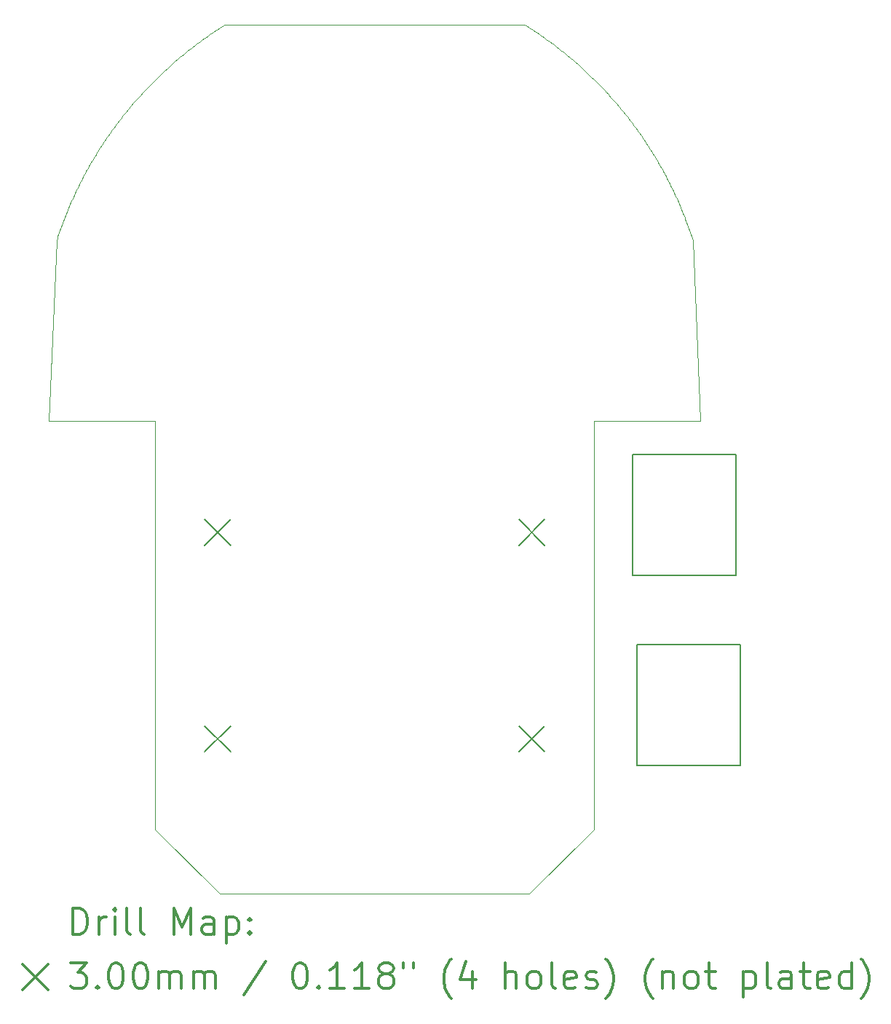
<source format=gbr>
%FSLAX45Y45*%
G04 Gerber Fmt 4.5, Leading zero omitted, Abs format (unit mm)*
G04 Created by KiCad (PCBNEW no-vcs-found-0b1eb56~60~ubuntu17.04.1) date Sun Nov  5 23:12:28 2017*
%MOMM*%
%LPD*%
G01*
G04 APERTURE LIST*
%ADD10C,0.150000*%
%ADD11C,0.100000*%
%ADD12C,0.200000*%
%ADD13C,0.300000*%
G04 APERTURE END LIST*
D10*
X4250000Y-106000D02*
X4250000Y-1506000D01*
X3050000Y-106000D02*
X4250000Y-106000D01*
X3050000Y-1506000D02*
X3050000Y-106000D01*
X4250000Y-1506000D02*
X3050000Y-1506000D01*
X4202000Y2105000D02*
X4202000Y705000D01*
X3002000Y2105000D02*
X4202000Y2105000D01*
X3002000Y705000D02*
X3002000Y2105000D01*
X4202000Y705000D02*
X3002000Y705000D01*
D11*
X2546118Y6472118D02*
X2529642Y6488594D01*
X2865045Y6123769D02*
X2849746Y6142598D01*
X2477860Y6538022D02*
X2460207Y6554498D01*
X2788550Y6214386D02*
X2773251Y6232039D01*
X3248700Y5585946D02*
X3235755Y5605952D01*
X3260469Y5565939D02*
X3248700Y5585946D01*
X-2351956Y6653354D02*
X-2369609Y6636878D01*
X2408425Y6601572D02*
X2390773Y6618048D01*
X-2639109Y6376793D02*
X-2655585Y6360317D01*
X-2623810Y6394445D02*
X-2639109Y6376793D01*
X-2750900Y6256753D02*
X-2766199Y6239100D01*
X-2735601Y6274406D02*
X-2750900Y6256753D01*
X-2842695Y6150836D02*
X-2857994Y6132007D01*
X-2827396Y6168489D02*
X-2842695Y6150836D01*
X-1829432Y7049954D02*
X-1848262Y7037009D01*
X-3368749Y5375288D02*
X-3380518Y5355282D01*
X-3358158Y5396472D02*
X-3368749Y5375288D01*
X-2873293Y6114354D02*
X-2887415Y6095524D01*
X-2857994Y6132007D02*
X-2873293Y6114354D01*
X-3346389Y5416478D02*
X-3358158Y5396472D01*
X-3334621Y5437662D02*
X-3346389Y5416478D01*
X-2078925Y6874603D02*
X-2097755Y6860480D01*
X3146314Y5744821D02*
X3133368Y5764828D01*
X3160436Y5724815D02*
X3146314Y5744821D01*
X-3412293Y5292909D02*
X-3422885Y5271725D01*
X-3401701Y5312915D02*
X-3412293Y5292909D01*
X-3685324Y4644461D02*
X-3692385Y4622101D01*
X-3678262Y4666821D02*
X-3685324Y4644461D01*
X-1868268Y7024063D02*
X-1888275Y7011118D01*
X-3433476Y5250542D02*
X-3444068Y5229358D01*
X-3422885Y5271725D02*
X-3433476Y5250542D01*
X-1888275Y7011118D02*
X-1907104Y6996996D01*
X-2540253Y6476825D02*
X-2557906Y6460349D01*
X-2523777Y6493301D02*
X-2540253Y6476825D01*
X-1809425Y7062899D02*
X-1829432Y7049954D01*
X1869425Y7022886D02*
X1849419Y7035832D01*
X-2403738Y6606279D02*
X-2421390Y6589803D01*
X2996853Y5956655D02*
X2982731Y5975485D01*
X-3494673Y5123441D02*
X-3505265Y5102258D01*
X-3485258Y5144625D02*
X-3494673Y5123441D01*
X2302508Y6695720D02*
X2283679Y6711020D01*
X-3638249Y4777446D02*
X-3646487Y4755086D01*
X-3631188Y4799806D02*
X-3638249Y4777446D01*
X-3533509Y5038708D02*
X-3542924Y5016347D01*
X-3524094Y5059891D02*
X-3533509Y5038708D01*
X2266026Y6726319D02*
X2248373Y6741618D01*
X-3126317Y5776596D02*
X-3139263Y5756590D01*
X-3112195Y5795426D02*
X-3126317Y5776596D01*
X3432290Y5255249D02*
X3420521Y5276433D01*
X3441705Y5234066D02*
X3432290Y5255249D01*
X-1789419Y7074668D02*
X-1809425Y7062899D01*
X2229543Y6755740D02*
X2211891Y6771039D01*
X1849419Y7035832D02*
X1829412Y7048777D01*
X-3474666Y5165808D02*
X-3485258Y5144625D01*
X-3465252Y5186992D02*
X-3474666Y5165808D01*
X-1945941Y6971105D02*
X-1964770Y6956982D01*
X-2439043Y6574504D02*
X-2455519Y6558028D01*
X-2421390Y6589803D02*
X-2439043Y6574504D01*
X-2473172Y6542729D02*
X-2489648Y6526253D01*
X-2455519Y6558028D02*
X-2473172Y6542729D01*
X-3605297Y4864533D02*
X-3613535Y4843350D01*
X-3597059Y4886893D02*
X-3605297Y4864533D01*
X1888255Y7009941D02*
X1869425Y7022886D01*
X-2060096Y6888725D02*
X-2078925Y6874603D01*
X-2171897Y6802814D02*
X-2189550Y6788692D01*
X2894467Y6087286D02*
X2880344Y6106116D01*
X-1769412Y7087613D02*
X-1789419Y7074668D01*
X2426078Y6586273D02*
X2408425Y6601572D01*
X-3622950Y4820989D02*
X-3631188Y4799806D01*
X-3613535Y4843350D02*
X-3622950Y4820989D01*
X-2003607Y6929915D02*
X-2022436Y6916969D01*
X1928268Y6982873D02*
X1908262Y6996996D01*
X2373120Y6633347D02*
X2355467Y6649823D01*
X2495513Y6521546D02*
X2477860Y6538022D01*
X2390773Y6618048D02*
X2373120Y6633347D01*
X1908262Y6996996D02*
X1888255Y7009941D01*
X-3454660Y5208175D02*
X-3465252Y5186992D01*
X-3444068Y5229358D02*
X-3454660Y5208175D01*
X-1750583Y7100559D02*
X-1769412Y7087613D01*
X2562594Y6455642D02*
X2546118Y6472118D01*
X2460207Y6554498D02*
X2443731Y6569797D01*
X1965928Y6955806D02*
X1947098Y6969928D01*
X-2507301Y6509777D02*
X-2523777Y6493301D01*
X-2489648Y6526253D02*
X-2507301Y6509777D01*
X2612021Y6405037D02*
X2595545Y6421513D01*
X-2902715Y6077871D02*
X-2916837Y6059042D01*
X-2887415Y6095524D02*
X-2902715Y6077871D01*
X-2672061Y6342664D02*
X-2687360Y6326188D01*
X-2655585Y6360317D02*
X-2672061Y6342664D01*
X3198095Y5665972D02*
X3185150Y5685978D01*
X3211041Y5645965D02*
X3198095Y5665972D01*
X2694401Y6319127D02*
X2677925Y6336779D01*
X-1925934Y6984050D02*
X-1945941Y6971105D01*
X-3670024Y4689182D02*
X-3678262Y4666821D01*
X-3662963Y4711542D02*
X-3670024Y4689182D01*
X-2607334Y6410921D02*
X-2623810Y6394445D01*
X-2590858Y6427397D02*
X-2607334Y6410921D01*
X-3300492Y5498858D02*
X-3312260Y5477675D01*
X-3288723Y5518865D02*
X-3300492Y5498858D01*
X-2387262Y6621579D02*
X-2403738Y6606279D01*
X-2369609Y6636878D02*
X-2387262Y6621579D01*
X3173382Y5705985D02*
X3160436Y5724815D01*
X3185150Y5685978D02*
X3173382Y5705985D01*
X1947098Y6969928D02*
X1928268Y6982873D01*
X-2334303Y6668653D02*
X-2351956Y6653354D01*
X-2316650Y6683952D02*
X-2334303Y6668653D01*
X-2703836Y6308535D02*
X-2719135Y6292059D01*
X-2687360Y6326188D02*
X-2703836Y6308535D01*
X2355467Y6649823D02*
X2337814Y6665122D01*
X2953309Y6013144D02*
X2939187Y6031974D01*
X-2116585Y6846358D02*
X-2134238Y6832236D01*
X2628497Y6388561D02*
X2612021Y6405037D01*
X2248373Y6741618D02*
X2229543Y6755740D01*
X-1907104Y6996996D02*
X-1925934Y6984050D01*
X2644973Y6370908D02*
X2628497Y6388561D01*
X1800024Y-3000361D02*
X2550187Y-2250197D01*
X-2550207Y-2250197D02*
X-1800043Y-3000361D01*
X2773251Y6232039D02*
X2757952Y6249692D01*
X2677925Y6336779D02*
X2661449Y6354432D01*
X2982731Y5975485D02*
X2968609Y5994314D01*
X2939187Y6031974D02*
X2923888Y6050804D01*
X1750563Y7100559D02*
X-1750583Y7100559D01*
X2211891Y6771039D02*
X2193061Y6786338D01*
X3272237Y5544756D02*
X3260469Y5565939D01*
X3285183Y5524749D02*
X3272237Y5544756D01*
X-3099249Y5815432D02*
X-3112195Y5795426D01*
X-3086304Y5834262D02*
X-3099249Y5815432D01*
X3409930Y5297616D02*
X3399338Y5318799D01*
X3420521Y5276433D02*
X3409930Y5297616D01*
X-3569992Y4951620D02*
X-3579407Y4930437D01*
X-3561754Y4973981D02*
X-3569992Y4951620D01*
X2819148Y6177904D02*
X2803849Y6196734D01*
X2004764Y6928738D02*
X1985934Y6942860D01*
X-3202813Y5658911D02*
X-3215758Y5638904D01*
X-3189867Y5678917D02*
X-3202813Y5658911D01*
X-3276955Y5538871D02*
X-3288723Y5518865D01*
X-3265186Y5558878D02*
X-3276955Y5538871D01*
X-3252241Y5578884D02*
X-3265186Y5558878D01*
X-3240472Y5598891D02*
X-3252241Y5578884D01*
X2283679Y6711020D02*
X2266026Y6726319D01*
X2923888Y6050804D02*
X2909766Y6068456D01*
X-3391110Y5334099D02*
X-3401701Y5312915D01*
X-3380518Y5355282D02*
X-3391110Y5334099D01*
X-3324029Y5457668D02*
X-3334621Y5437662D01*
X-3312260Y5477675D02*
X-3324029Y5457668D01*
X2579069Y6439166D02*
X2562594Y6455642D01*
X3223986Y5625959D02*
X3211041Y5645965D01*
X3235755Y5605952D02*
X3223986Y5625959D01*
X3039220Y5900166D02*
X3025098Y5918996D01*
X-2574382Y6443873D02*
X-2590858Y6427397D01*
X-2557906Y6460349D02*
X-2574382Y6443873D01*
X-1800043Y-3000361D02*
X1800024Y-3000361D01*
X2550187Y-2250197D02*
X2550187Y2500165D01*
X-2550207Y2500165D02*
X-2550207Y-2250197D01*
X2550187Y2500165D02*
X3790769Y2500165D01*
X-2550207Y2500165D02*
X-3790778Y2500165D01*
X3366386Y5381173D02*
X3354617Y5401179D01*
X3376978Y5359989D02*
X3366386Y5381173D01*
X-3178099Y5697747D02*
X-3189867Y5678917D01*
X-3165153Y5717753D02*
X-3178099Y5697747D01*
X2661449Y6354432D02*
X2644973Y6370908D01*
X2337814Y6665122D02*
X2320161Y6680421D01*
X1985934Y6942860D02*
X1965928Y6955806D01*
X3344026Y5422363D02*
X3332257Y5443546D01*
X3354617Y5401179D02*
X3344026Y5422363D01*
X-2226032Y6759271D02*
X-2244862Y6743972D01*
X-2208380Y6773393D02*
X-2226032Y6759271D01*
X-3152208Y5737760D02*
X-3165153Y5717753D01*
X-3139263Y5756590D02*
X-3152208Y5737760D01*
X-2153067Y6818113D02*
X-2171897Y6802814D01*
X3010975Y5937825D02*
X2996853Y5956655D01*
X3388746Y5338806D02*
X3376978Y5359989D01*
X3399338Y5318799D02*
X3388746Y5338806D01*
X-3588821Y4909254D02*
X-3597059Y4886893D01*
X-3579407Y4930437D02*
X-3588821Y4909254D01*
X3654715Y4733902D02*
X3646478Y4756262D01*
X3661777Y4711542D02*
X3654715Y4733902D01*
X3638240Y4778623D02*
X3630002Y4800983D01*
X3646478Y4756262D02*
X3638240Y4778623D01*
X3621764Y4823343D02*
X3613526Y4844527D01*
X3630002Y4800983D02*
X3621764Y4823343D01*
X3605288Y4866887D02*
X3595873Y4889247D01*
X3613526Y4844527D02*
X3605288Y4866887D01*
X3587635Y4910430D02*
X3578220Y4932791D01*
X3595873Y4889247D02*
X3587635Y4910430D01*
X3569982Y4955151D02*
X3560567Y4976334D01*
X3578220Y4932791D02*
X3569982Y4955151D01*
X3551152Y4998695D02*
X3541737Y5019878D01*
X3560567Y4976334D02*
X3551152Y4998695D01*
X3532323Y5041061D02*
X3522908Y5063422D01*
X3541737Y5019878D02*
X3532323Y5041061D01*
X3699436Y4599741D02*
X3692375Y4622101D01*
X3790769Y2500165D02*
X3699436Y4599741D01*
X-2960380Y6003729D02*
X-2974503Y5986076D01*
X-2946258Y6022559D02*
X-2960380Y6003729D01*
X3685314Y4644461D02*
X3678253Y4666821D01*
X3692375Y4622101D02*
X3685314Y4644461D01*
X-2932136Y6041389D02*
X-2946258Y6022559D01*
X-2916837Y6059042D02*
X-2932136Y6041389D01*
X-3016870Y5929587D02*
X-3030992Y5910758D01*
X-3002747Y5948417D02*
X-3016870Y5929587D01*
X3670015Y4689182D02*
X3661777Y4711542D01*
X3678253Y4666821D02*
X3670015Y4689182D01*
X-3227527Y5618897D02*
X-3240472Y5598891D01*
X-3215758Y5638904D02*
X-3227527Y5618897D01*
X2880344Y6106116D02*
X2865045Y6123769D01*
X1770570Y7087613D02*
X1750563Y7100559D01*
X3513493Y5084605D02*
X3502901Y5105788D01*
X3522908Y5063422D02*
X3513493Y5084605D01*
X-2988625Y5967247D02*
X-3002747Y5948417D01*
X-2974503Y5986076D02*
X-2988625Y5967247D01*
X3493486Y5128149D02*
X3482895Y5149332D01*
X3502901Y5105788D02*
X3493486Y5128149D01*
X3473480Y5170516D02*
X3462888Y5191699D01*
X3482895Y5149332D02*
X3473480Y5170516D01*
X-3072182Y5853092D02*
X-3086304Y5834262D01*
X-3059236Y5871921D02*
X-3072182Y5853092D01*
X-3045114Y5891928D02*
X-3059236Y5871921D01*
X-3030992Y5910758D02*
X-3045114Y5891928D01*
X2511989Y6505070D02*
X2495513Y6521546D01*
X-2134238Y6832236D02*
X-2153067Y6818113D01*
X2043600Y6901670D02*
X2023594Y6914616D01*
X3093355Y5823670D02*
X3080410Y5842500D01*
X3107478Y5803664D02*
X3093355Y5823670D01*
X2023594Y6914616D02*
X2004764Y6928738D01*
X-2719125Y6292059D02*
X-2735601Y6274406D01*
X3052165Y5881336D02*
X3039220Y5900166D01*
X2081259Y6873426D02*
X2062430Y6887548D01*
X-2298997Y6699251D02*
X-2316650Y6683952D01*
X-2022436Y6916969D02*
X-2041266Y6902847D01*
X2062430Y6887548D02*
X2043600Y6901670D01*
X2803849Y6196734D02*
X2788550Y6214386D01*
X1789399Y7074668D02*
X1770570Y7087613D01*
X3320488Y5463553D02*
X3308720Y5483559D01*
X3332257Y5443546D02*
X3320488Y5463553D01*
X-2280168Y6714550D02*
X-2298997Y6699251D01*
X-2262515Y6728672D02*
X-2280168Y6714550D01*
X-2041266Y6902847D02*
X-2060096Y6888725D01*
X-1964770Y6956982D02*
X-1983600Y6944037D01*
X2118919Y6844004D02*
X2100089Y6858127D01*
X2174231Y6800461D02*
X2155401Y6815760D01*
X2741476Y6267345D02*
X2726176Y6284998D01*
X-3552339Y4995164D02*
X-3561754Y4973981D01*
X-3542924Y5016347D02*
X-3552339Y4995164D01*
X2757952Y6249692D02*
X2741476Y6267345D01*
X-3699446Y4599741D02*
X-3790778Y2500165D01*
X-3692385Y4622101D02*
X-3699446Y4599741D01*
X-2781499Y6221448D02*
X-2797974Y6203795D01*
X-2766199Y6239100D02*
X-2781499Y6221448D01*
X2968609Y5994314D02*
X2953309Y6013144D01*
X2849746Y6142598D02*
X2834447Y6160251D01*
X2100089Y6858127D02*
X2081259Y6873426D01*
X-1983600Y6944037D02*
X-2003607Y6929915D01*
X2529642Y6488594D02*
X2511989Y6505070D01*
X3120423Y5783657D02*
X3107478Y5803664D01*
X3133368Y5764828D02*
X3120423Y5783657D01*
X1809406Y7061723D02*
X1789399Y7074668D01*
X3296951Y5504743D02*
X3285183Y5524749D01*
X3308720Y5483559D02*
X3296951Y5504743D01*
X2320161Y6680421D02*
X2302508Y6695720D01*
X-3514680Y5081075D02*
X-3524094Y5059891D01*
X-3505265Y5102258D02*
X-3514680Y5081075D01*
X2155401Y6815760D02*
X2137749Y6829882D01*
X-3654725Y4732725D02*
X-3662963Y4711542D01*
X-3646487Y4755086D02*
X-3654725Y4732725D01*
X2137749Y6829882D02*
X2118919Y6844004D01*
X-2189550Y6788692D02*
X-2208380Y6773393D01*
X2834447Y6160251D02*
X2819148Y6177904D01*
X3025098Y5918996D02*
X3010975Y5937825D01*
X3066288Y5861330D02*
X3052165Y5881336D01*
X3080410Y5842500D02*
X3066288Y5861330D01*
X-2813274Y6186142D02*
X-2827396Y6168489D01*
X-2797974Y6203795D02*
X-2813274Y6186142D01*
X2726176Y6284998D02*
X2709700Y6302651D01*
X2595545Y6421513D02*
X2579069Y6439166D01*
X1829412Y7048777D02*
X1809406Y7061723D01*
X3452296Y5212882D02*
X3441705Y5234066D01*
X3462888Y5191699D02*
X3452296Y5212882D01*
X-1848262Y7037009D02*
X-1868268Y7024063D01*
X2909766Y6068456D02*
X2894467Y6087286D01*
X2443731Y6569797D02*
X2426078Y6586273D01*
X-2097755Y6860480D02*
X-2116585Y6846358D01*
X-2244862Y6743972D02*
X-2262515Y6728672D01*
X2709700Y6302651D02*
X2694401Y6319127D01*
X2193061Y6786338D02*
X2174231Y6800461D01*
D12*
X-1975000Y1351000D02*
X-1675000Y1051000D01*
X-1675000Y1351000D02*
X-1975000Y1051000D01*
X-1975000Y-1051000D02*
X-1675000Y-1351000D01*
X-1675000Y-1051000D02*
X-1975000Y-1351000D01*
X1675000Y1351000D02*
X1975000Y1051000D01*
X1975000Y1351000D02*
X1675000Y1051000D01*
X1675000Y-1051000D02*
X1975000Y-1351000D01*
X1975000Y-1051000D02*
X1675000Y-1351000D01*
D13*
X-3509350Y-3471075D02*
X-3509350Y-3171075D01*
X-3437921Y-3171075D01*
X-3395064Y-3185361D01*
X-3366493Y-3213932D01*
X-3352207Y-3242504D01*
X-3337921Y-3299647D01*
X-3337921Y-3342504D01*
X-3352207Y-3399647D01*
X-3366493Y-3428218D01*
X-3395064Y-3456789D01*
X-3437921Y-3471075D01*
X-3509350Y-3471075D01*
X-3209350Y-3471075D02*
X-3209350Y-3271075D01*
X-3209350Y-3328218D02*
X-3195064Y-3299647D01*
X-3180779Y-3285361D01*
X-3152207Y-3271075D01*
X-3123636Y-3271075D01*
X-3023636Y-3471075D02*
X-3023636Y-3271075D01*
X-3023636Y-3171075D02*
X-3037921Y-3185361D01*
X-3023636Y-3199647D01*
X-3009350Y-3185361D01*
X-3023636Y-3171075D01*
X-3023636Y-3199647D01*
X-2837921Y-3471075D02*
X-2866493Y-3456789D01*
X-2880779Y-3428218D01*
X-2880779Y-3171075D01*
X-2680779Y-3471075D02*
X-2709350Y-3456789D01*
X-2723636Y-3428218D01*
X-2723636Y-3171075D01*
X-2337921Y-3471075D02*
X-2337921Y-3171075D01*
X-2237921Y-3385361D01*
X-2137921Y-3171075D01*
X-2137921Y-3471075D01*
X-1866493Y-3471075D02*
X-1866493Y-3313932D01*
X-1880779Y-3285361D01*
X-1909350Y-3271075D01*
X-1966493Y-3271075D01*
X-1995064Y-3285361D01*
X-1866493Y-3456789D02*
X-1895064Y-3471075D01*
X-1966493Y-3471075D01*
X-1995064Y-3456789D01*
X-2009350Y-3428218D01*
X-2009350Y-3399647D01*
X-1995064Y-3371075D01*
X-1966493Y-3356789D01*
X-1895064Y-3356789D01*
X-1866493Y-3342504D01*
X-1723636Y-3271075D02*
X-1723636Y-3571075D01*
X-1723636Y-3285361D02*
X-1695064Y-3271075D01*
X-1637921Y-3271075D01*
X-1609350Y-3285361D01*
X-1595064Y-3299647D01*
X-1580779Y-3328218D01*
X-1580779Y-3413932D01*
X-1595064Y-3442504D01*
X-1609350Y-3456789D01*
X-1637921Y-3471075D01*
X-1695064Y-3471075D01*
X-1723636Y-3456789D01*
X-1452207Y-3442504D02*
X-1437921Y-3456789D01*
X-1452207Y-3471075D01*
X-1466493Y-3456789D01*
X-1452207Y-3442504D01*
X-1452207Y-3471075D01*
X-1452207Y-3285361D02*
X-1437921Y-3299647D01*
X-1452207Y-3313932D01*
X-1466493Y-3299647D01*
X-1452207Y-3285361D01*
X-1452207Y-3313932D01*
X-4095779Y-3815361D02*
X-3795779Y-4115361D01*
X-3795779Y-3815361D02*
X-4095779Y-4115361D01*
X-3537921Y-3801075D02*
X-3352207Y-3801075D01*
X-3452207Y-3915361D01*
X-3409350Y-3915361D01*
X-3380779Y-3929647D01*
X-3366493Y-3943932D01*
X-3352207Y-3972504D01*
X-3352207Y-4043932D01*
X-3366493Y-4072504D01*
X-3380779Y-4086789D01*
X-3409350Y-4101075D01*
X-3495064Y-4101075D01*
X-3523636Y-4086789D01*
X-3537921Y-4072504D01*
X-3223636Y-4072504D02*
X-3209350Y-4086789D01*
X-3223636Y-4101075D01*
X-3237921Y-4086789D01*
X-3223636Y-4072504D01*
X-3223636Y-4101075D01*
X-3023636Y-3801075D02*
X-2995064Y-3801075D01*
X-2966493Y-3815361D01*
X-2952207Y-3829647D01*
X-2937921Y-3858218D01*
X-2923636Y-3915361D01*
X-2923636Y-3986789D01*
X-2937921Y-4043932D01*
X-2952207Y-4072504D01*
X-2966493Y-4086789D01*
X-2995064Y-4101075D01*
X-3023636Y-4101075D01*
X-3052207Y-4086789D01*
X-3066493Y-4072504D01*
X-3080779Y-4043932D01*
X-3095064Y-3986789D01*
X-3095064Y-3915361D01*
X-3080779Y-3858218D01*
X-3066493Y-3829647D01*
X-3052207Y-3815361D01*
X-3023636Y-3801075D01*
X-2737921Y-3801075D02*
X-2709350Y-3801075D01*
X-2680779Y-3815361D01*
X-2666493Y-3829647D01*
X-2652207Y-3858218D01*
X-2637921Y-3915361D01*
X-2637921Y-3986789D01*
X-2652207Y-4043932D01*
X-2666493Y-4072504D01*
X-2680779Y-4086789D01*
X-2709350Y-4101075D01*
X-2737921Y-4101075D01*
X-2766493Y-4086789D01*
X-2780779Y-4072504D01*
X-2795064Y-4043932D01*
X-2809350Y-3986789D01*
X-2809350Y-3915361D01*
X-2795064Y-3858218D01*
X-2780779Y-3829647D01*
X-2766493Y-3815361D01*
X-2737921Y-3801075D01*
X-2509350Y-4101075D02*
X-2509350Y-3901075D01*
X-2509350Y-3929647D02*
X-2495064Y-3915361D01*
X-2466493Y-3901075D01*
X-2423636Y-3901075D01*
X-2395064Y-3915361D01*
X-2380779Y-3943932D01*
X-2380779Y-4101075D01*
X-2380779Y-3943932D02*
X-2366493Y-3915361D01*
X-2337921Y-3901075D01*
X-2295064Y-3901075D01*
X-2266493Y-3915361D01*
X-2252207Y-3943932D01*
X-2252207Y-4101075D01*
X-2109350Y-4101075D02*
X-2109350Y-3901075D01*
X-2109350Y-3929647D02*
X-2095064Y-3915361D01*
X-2066493Y-3901075D01*
X-2023636Y-3901075D01*
X-1995064Y-3915361D01*
X-1980779Y-3943932D01*
X-1980779Y-4101075D01*
X-1980779Y-3943932D02*
X-1966493Y-3915361D01*
X-1937921Y-3901075D01*
X-1895064Y-3901075D01*
X-1866493Y-3915361D01*
X-1852207Y-3943932D01*
X-1852207Y-4101075D01*
X-1266493Y-3786789D02*
X-1523636Y-4172504D01*
X-880779Y-3801075D02*
X-852207Y-3801075D01*
X-823636Y-3815361D01*
X-809350Y-3829647D01*
X-795064Y-3858218D01*
X-780779Y-3915361D01*
X-780779Y-3986789D01*
X-795064Y-4043932D01*
X-809350Y-4072504D01*
X-823636Y-4086789D01*
X-852207Y-4101075D01*
X-880779Y-4101075D01*
X-909350Y-4086789D01*
X-923636Y-4072504D01*
X-937921Y-4043932D01*
X-952207Y-3986789D01*
X-952207Y-3915361D01*
X-937921Y-3858218D01*
X-923636Y-3829647D01*
X-909350Y-3815361D01*
X-880779Y-3801075D01*
X-652207Y-4072504D02*
X-637921Y-4086789D01*
X-652207Y-4101075D01*
X-666493Y-4086789D01*
X-652207Y-4072504D01*
X-652207Y-4101075D01*
X-352207Y-4101075D02*
X-523636Y-4101075D01*
X-437921Y-4101075D02*
X-437921Y-3801075D01*
X-466493Y-3843932D01*
X-495064Y-3872504D01*
X-523636Y-3886789D01*
X-66493Y-4101075D02*
X-237921Y-4101075D01*
X-152207Y-4101075D02*
X-152207Y-3801075D01*
X-180779Y-3843932D01*
X-209350Y-3872504D01*
X-237921Y-3886789D01*
X104936Y-3929647D02*
X76364Y-3915361D01*
X62078Y-3901075D01*
X47793Y-3872504D01*
X47793Y-3858218D01*
X62078Y-3829647D01*
X76364Y-3815361D01*
X104936Y-3801075D01*
X162079Y-3801075D01*
X190650Y-3815361D01*
X204936Y-3829647D01*
X219221Y-3858218D01*
X219221Y-3872504D01*
X204936Y-3901075D01*
X190650Y-3915361D01*
X162079Y-3929647D01*
X104936Y-3929647D01*
X76364Y-3943932D01*
X62078Y-3958218D01*
X47793Y-3986789D01*
X47793Y-4043932D01*
X62078Y-4072504D01*
X76364Y-4086789D01*
X104936Y-4101075D01*
X162079Y-4101075D01*
X190650Y-4086789D01*
X204936Y-4072504D01*
X219221Y-4043932D01*
X219221Y-3986789D01*
X204936Y-3958218D01*
X190650Y-3943932D01*
X162079Y-3929647D01*
X333507Y-3801075D02*
X333507Y-3858218D01*
X447793Y-3801075D02*
X447793Y-3858218D01*
X890650Y-4215361D02*
X876364Y-4201075D01*
X847793Y-4158218D01*
X833507Y-4129647D01*
X819221Y-4086789D01*
X804936Y-4015361D01*
X804936Y-3958218D01*
X819221Y-3886789D01*
X833507Y-3843932D01*
X847793Y-3815361D01*
X876364Y-3772504D01*
X890650Y-3758218D01*
X1133507Y-3901075D02*
X1133507Y-4101075D01*
X1062079Y-3786789D02*
X990650Y-4001075D01*
X1176364Y-4001075D01*
X1519221Y-4101075D02*
X1519221Y-3801075D01*
X1647793Y-4101075D02*
X1647793Y-3943932D01*
X1633507Y-3915361D01*
X1604936Y-3901075D01*
X1562078Y-3901075D01*
X1533507Y-3915361D01*
X1519221Y-3929647D01*
X1833507Y-4101075D02*
X1804936Y-4086789D01*
X1790650Y-4072504D01*
X1776364Y-4043932D01*
X1776364Y-3958218D01*
X1790650Y-3929647D01*
X1804936Y-3915361D01*
X1833507Y-3901075D01*
X1876364Y-3901075D01*
X1904936Y-3915361D01*
X1919221Y-3929647D01*
X1933507Y-3958218D01*
X1933507Y-4043932D01*
X1919221Y-4072504D01*
X1904936Y-4086789D01*
X1876364Y-4101075D01*
X1833507Y-4101075D01*
X2104936Y-4101075D02*
X2076364Y-4086789D01*
X2062078Y-4058218D01*
X2062078Y-3801075D01*
X2333507Y-4086789D02*
X2304936Y-4101075D01*
X2247793Y-4101075D01*
X2219221Y-4086789D01*
X2204936Y-4058218D01*
X2204936Y-3943932D01*
X2219221Y-3915361D01*
X2247793Y-3901075D01*
X2304936Y-3901075D01*
X2333507Y-3915361D01*
X2347793Y-3943932D01*
X2347793Y-3972504D01*
X2204936Y-4001075D01*
X2462079Y-4086789D02*
X2490650Y-4101075D01*
X2547793Y-4101075D01*
X2576364Y-4086789D01*
X2590650Y-4058218D01*
X2590650Y-4043932D01*
X2576364Y-4015361D01*
X2547793Y-4001075D01*
X2504936Y-4001075D01*
X2476364Y-3986789D01*
X2462079Y-3958218D01*
X2462079Y-3943932D01*
X2476364Y-3915361D01*
X2504936Y-3901075D01*
X2547793Y-3901075D01*
X2576364Y-3915361D01*
X2690650Y-4215361D02*
X2704936Y-4201075D01*
X2733507Y-4158218D01*
X2747793Y-4129647D01*
X2762079Y-4086789D01*
X2776364Y-4015361D01*
X2776364Y-3958218D01*
X2762079Y-3886789D01*
X2747793Y-3843932D01*
X2733507Y-3815361D01*
X2704936Y-3772504D01*
X2690650Y-3758218D01*
X3233507Y-4215361D02*
X3219221Y-4201075D01*
X3190650Y-4158218D01*
X3176364Y-4129647D01*
X3162078Y-4086789D01*
X3147793Y-4015361D01*
X3147793Y-3958218D01*
X3162078Y-3886789D01*
X3176364Y-3843932D01*
X3190650Y-3815361D01*
X3219221Y-3772504D01*
X3233507Y-3758218D01*
X3347793Y-3901075D02*
X3347793Y-4101075D01*
X3347793Y-3929647D02*
X3362078Y-3915361D01*
X3390650Y-3901075D01*
X3433507Y-3901075D01*
X3462078Y-3915361D01*
X3476364Y-3943932D01*
X3476364Y-4101075D01*
X3662078Y-4101075D02*
X3633507Y-4086789D01*
X3619221Y-4072504D01*
X3604936Y-4043932D01*
X3604936Y-3958218D01*
X3619221Y-3929647D01*
X3633507Y-3915361D01*
X3662078Y-3901075D01*
X3704936Y-3901075D01*
X3733507Y-3915361D01*
X3747793Y-3929647D01*
X3762078Y-3958218D01*
X3762078Y-4043932D01*
X3747793Y-4072504D01*
X3733507Y-4086789D01*
X3704936Y-4101075D01*
X3662078Y-4101075D01*
X3847793Y-3901075D02*
X3962078Y-3901075D01*
X3890650Y-3801075D02*
X3890650Y-4058218D01*
X3904936Y-4086789D01*
X3933507Y-4101075D01*
X3962078Y-4101075D01*
X4290650Y-3901075D02*
X4290650Y-4201075D01*
X4290650Y-3915361D02*
X4319221Y-3901075D01*
X4376364Y-3901075D01*
X4404936Y-3915361D01*
X4419221Y-3929647D01*
X4433507Y-3958218D01*
X4433507Y-4043932D01*
X4419221Y-4072504D01*
X4404936Y-4086789D01*
X4376364Y-4101075D01*
X4319221Y-4101075D01*
X4290650Y-4086789D01*
X4604936Y-4101075D02*
X4576364Y-4086789D01*
X4562079Y-4058218D01*
X4562079Y-3801075D01*
X4847793Y-4101075D02*
X4847793Y-3943932D01*
X4833507Y-3915361D01*
X4804936Y-3901075D01*
X4747793Y-3901075D01*
X4719221Y-3915361D01*
X4847793Y-4086789D02*
X4819221Y-4101075D01*
X4747793Y-4101075D01*
X4719221Y-4086789D01*
X4704936Y-4058218D01*
X4704936Y-4029647D01*
X4719221Y-4001075D01*
X4747793Y-3986789D01*
X4819221Y-3986789D01*
X4847793Y-3972504D01*
X4947793Y-3901075D02*
X5062079Y-3901075D01*
X4990650Y-3801075D02*
X4990650Y-4058218D01*
X5004936Y-4086789D01*
X5033507Y-4101075D01*
X5062079Y-4101075D01*
X5276364Y-4086789D02*
X5247793Y-4101075D01*
X5190650Y-4101075D01*
X5162079Y-4086789D01*
X5147793Y-4058218D01*
X5147793Y-3943932D01*
X5162079Y-3915361D01*
X5190650Y-3901075D01*
X5247793Y-3901075D01*
X5276364Y-3915361D01*
X5290650Y-3943932D01*
X5290650Y-3972504D01*
X5147793Y-4001075D01*
X5547793Y-4101075D02*
X5547793Y-3801075D01*
X5547793Y-4086789D02*
X5519221Y-4101075D01*
X5462079Y-4101075D01*
X5433507Y-4086789D01*
X5419221Y-4072504D01*
X5404936Y-4043932D01*
X5404936Y-3958218D01*
X5419221Y-3929647D01*
X5433507Y-3915361D01*
X5462079Y-3901075D01*
X5519221Y-3901075D01*
X5547793Y-3915361D01*
X5662078Y-4215361D02*
X5676364Y-4201075D01*
X5704936Y-4158218D01*
X5719221Y-4129647D01*
X5733507Y-4086789D01*
X5747793Y-4015361D01*
X5747793Y-3958218D01*
X5733507Y-3886789D01*
X5719221Y-3843932D01*
X5704936Y-3815361D01*
X5676364Y-3772504D01*
X5662078Y-3758218D01*
M02*

</source>
